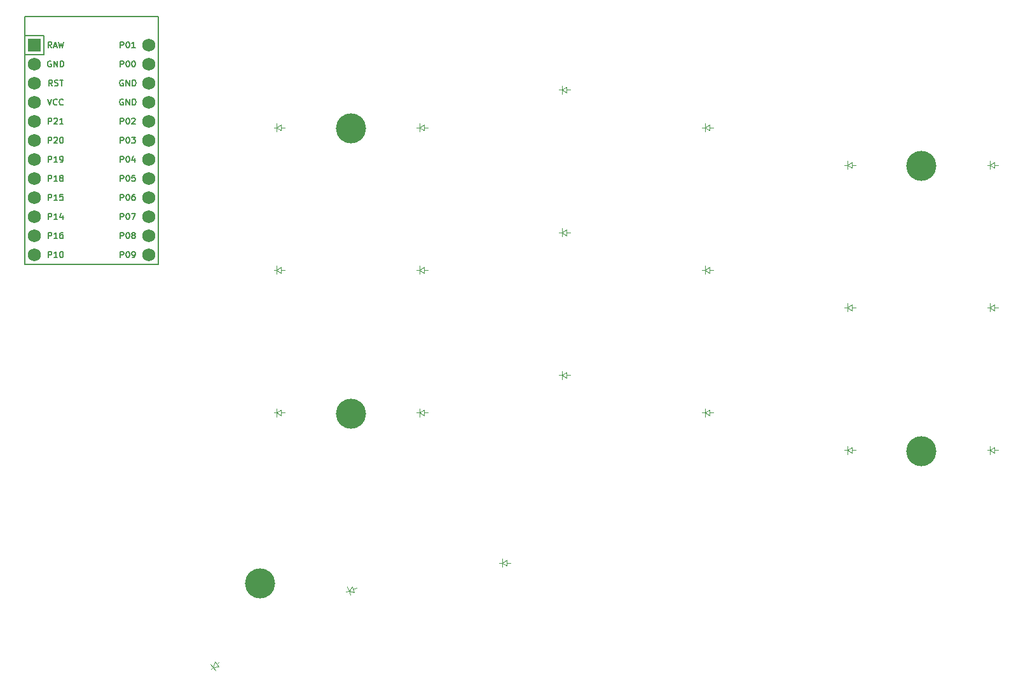
<source format=gbr>
%TF.GenerationSoftware,KiCad,Pcbnew,9.0.3*%
%TF.CreationDate,2025-09-27T17:44:53-06:00*%
%TF.ProjectId,right_connected,72696768-745f-4636-9f6e-6e6563746564,v1.0.0*%
%TF.SameCoordinates,Original*%
%TF.FileFunction,Legend,Top*%
%TF.FilePolarity,Positive*%
%FSLAX46Y46*%
G04 Gerber Fmt 4.6, Leading zero omitted, Abs format (unit mm)*
G04 Created by KiCad (PCBNEW 9.0.3) date 2025-09-27 17:44:53*
%MOMM*%
%LPD*%
G01*
G04 APERTURE LIST*
%ADD10C,0.150000*%
%ADD11C,0.100000*%
%ADD12C,4.000000*%
%ADD13R,1.752600X1.752600*%
%ADD14C,1.752600*%
G04 APERTURE END LIST*
D10*
X244133333Y-58212295D02*
X244400000Y-59012295D01*
X244400000Y-59012295D02*
X244666666Y-58212295D01*
X245390476Y-58936104D02*
X245352380Y-58974200D01*
X245352380Y-58974200D02*
X245238095Y-59012295D01*
X245238095Y-59012295D02*
X245161904Y-59012295D01*
X245161904Y-59012295D02*
X245047618Y-58974200D01*
X245047618Y-58974200D02*
X244971428Y-58898009D01*
X244971428Y-58898009D02*
X244933333Y-58821819D01*
X244933333Y-58821819D02*
X244895237Y-58669438D01*
X244895237Y-58669438D02*
X244895237Y-58555152D01*
X244895237Y-58555152D02*
X244933333Y-58402771D01*
X244933333Y-58402771D02*
X244971428Y-58326580D01*
X244971428Y-58326580D02*
X245047618Y-58250390D01*
X245047618Y-58250390D02*
X245161904Y-58212295D01*
X245161904Y-58212295D02*
X245238095Y-58212295D01*
X245238095Y-58212295D02*
X245352380Y-58250390D01*
X245352380Y-58250390D02*
X245390476Y-58288485D01*
X246190476Y-58936104D02*
X246152380Y-58974200D01*
X246152380Y-58974200D02*
X246038095Y-59012295D01*
X246038095Y-59012295D02*
X245961904Y-59012295D01*
X245961904Y-59012295D02*
X245847618Y-58974200D01*
X245847618Y-58974200D02*
X245771428Y-58898009D01*
X245771428Y-58898009D02*
X245733333Y-58821819D01*
X245733333Y-58821819D02*
X245695237Y-58669438D01*
X245695237Y-58669438D02*
X245695237Y-58555152D01*
X245695237Y-58555152D02*
X245733333Y-58402771D01*
X245733333Y-58402771D02*
X245771428Y-58326580D01*
X245771428Y-58326580D02*
X245847618Y-58250390D01*
X245847618Y-58250390D02*
X245961904Y-58212295D01*
X245961904Y-58212295D02*
X246038095Y-58212295D01*
X246038095Y-58212295D02*
X246152380Y-58250390D01*
X246152380Y-58250390D02*
X246190476Y-58288485D01*
X253828571Y-69172295D02*
X253828571Y-68372295D01*
X253828571Y-68372295D02*
X254133333Y-68372295D01*
X254133333Y-68372295D02*
X254209523Y-68410390D01*
X254209523Y-68410390D02*
X254247618Y-68448485D01*
X254247618Y-68448485D02*
X254285714Y-68524676D01*
X254285714Y-68524676D02*
X254285714Y-68638961D01*
X254285714Y-68638961D02*
X254247618Y-68715152D01*
X254247618Y-68715152D02*
X254209523Y-68753247D01*
X254209523Y-68753247D02*
X254133333Y-68791342D01*
X254133333Y-68791342D02*
X253828571Y-68791342D01*
X254780952Y-68372295D02*
X254857142Y-68372295D01*
X254857142Y-68372295D02*
X254933333Y-68410390D01*
X254933333Y-68410390D02*
X254971428Y-68448485D01*
X254971428Y-68448485D02*
X255009523Y-68524676D01*
X255009523Y-68524676D02*
X255047618Y-68677057D01*
X255047618Y-68677057D02*
X255047618Y-68867533D01*
X255047618Y-68867533D02*
X255009523Y-69019914D01*
X255009523Y-69019914D02*
X254971428Y-69096104D01*
X254971428Y-69096104D02*
X254933333Y-69134200D01*
X254933333Y-69134200D02*
X254857142Y-69172295D01*
X254857142Y-69172295D02*
X254780952Y-69172295D01*
X254780952Y-69172295D02*
X254704761Y-69134200D01*
X254704761Y-69134200D02*
X254666666Y-69096104D01*
X254666666Y-69096104D02*
X254628571Y-69019914D01*
X254628571Y-69019914D02*
X254590475Y-68867533D01*
X254590475Y-68867533D02*
X254590475Y-68677057D01*
X254590475Y-68677057D02*
X254628571Y-68524676D01*
X254628571Y-68524676D02*
X254666666Y-68448485D01*
X254666666Y-68448485D02*
X254704761Y-68410390D01*
X254704761Y-68410390D02*
X254780952Y-68372295D01*
X255771428Y-68372295D02*
X255390476Y-68372295D01*
X255390476Y-68372295D02*
X255352380Y-68753247D01*
X255352380Y-68753247D02*
X255390476Y-68715152D01*
X255390476Y-68715152D02*
X255466666Y-68677057D01*
X255466666Y-68677057D02*
X255657142Y-68677057D01*
X255657142Y-68677057D02*
X255733333Y-68715152D01*
X255733333Y-68715152D02*
X255771428Y-68753247D01*
X255771428Y-68753247D02*
X255809523Y-68829438D01*
X255809523Y-68829438D02*
X255809523Y-69019914D01*
X255809523Y-69019914D02*
X255771428Y-69096104D01*
X255771428Y-69096104D02*
X255733333Y-69134200D01*
X255733333Y-69134200D02*
X255657142Y-69172295D01*
X255657142Y-69172295D02*
X255466666Y-69172295D01*
X255466666Y-69172295D02*
X255390476Y-69134200D01*
X255390476Y-69134200D02*
X255352380Y-69096104D01*
X253828571Y-53932295D02*
X253828571Y-53132295D01*
X253828571Y-53132295D02*
X254133333Y-53132295D01*
X254133333Y-53132295D02*
X254209523Y-53170390D01*
X254209523Y-53170390D02*
X254247618Y-53208485D01*
X254247618Y-53208485D02*
X254285714Y-53284676D01*
X254285714Y-53284676D02*
X254285714Y-53398961D01*
X254285714Y-53398961D02*
X254247618Y-53475152D01*
X254247618Y-53475152D02*
X254209523Y-53513247D01*
X254209523Y-53513247D02*
X254133333Y-53551342D01*
X254133333Y-53551342D02*
X253828571Y-53551342D01*
X254780952Y-53132295D02*
X254857142Y-53132295D01*
X254857142Y-53132295D02*
X254933333Y-53170390D01*
X254933333Y-53170390D02*
X254971428Y-53208485D01*
X254971428Y-53208485D02*
X255009523Y-53284676D01*
X255009523Y-53284676D02*
X255047618Y-53437057D01*
X255047618Y-53437057D02*
X255047618Y-53627533D01*
X255047618Y-53627533D02*
X255009523Y-53779914D01*
X255009523Y-53779914D02*
X254971428Y-53856104D01*
X254971428Y-53856104D02*
X254933333Y-53894200D01*
X254933333Y-53894200D02*
X254857142Y-53932295D01*
X254857142Y-53932295D02*
X254780952Y-53932295D01*
X254780952Y-53932295D02*
X254704761Y-53894200D01*
X254704761Y-53894200D02*
X254666666Y-53856104D01*
X254666666Y-53856104D02*
X254628571Y-53779914D01*
X254628571Y-53779914D02*
X254590475Y-53627533D01*
X254590475Y-53627533D02*
X254590475Y-53437057D01*
X254590475Y-53437057D02*
X254628571Y-53284676D01*
X254628571Y-53284676D02*
X254666666Y-53208485D01*
X254666666Y-53208485D02*
X254704761Y-53170390D01*
X254704761Y-53170390D02*
X254780952Y-53132295D01*
X255542857Y-53132295D02*
X255619047Y-53132295D01*
X255619047Y-53132295D02*
X255695238Y-53170390D01*
X255695238Y-53170390D02*
X255733333Y-53208485D01*
X255733333Y-53208485D02*
X255771428Y-53284676D01*
X255771428Y-53284676D02*
X255809523Y-53437057D01*
X255809523Y-53437057D02*
X255809523Y-53627533D01*
X255809523Y-53627533D02*
X255771428Y-53779914D01*
X255771428Y-53779914D02*
X255733333Y-53856104D01*
X255733333Y-53856104D02*
X255695238Y-53894200D01*
X255695238Y-53894200D02*
X255619047Y-53932295D01*
X255619047Y-53932295D02*
X255542857Y-53932295D01*
X255542857Y-53932295D02*
X255466666Y-53894200D01*
X255466666Y-53894200D02*
X255428571Y-53856104D01*
X255428571Y-53856104D02*
X255390476Y-53779914D01*
X255390476Y-53779914D02*
X255352380Y-53627533D01*
X255352380Y-53627533D02*
X255352380Y-53437057D01*
X255352380Y-53437057D02*
X255390476Y-53284676D01*
X255390476Y-53284676D02*
X255428571Y-53208485D01*
X255428571Y-53208485D02*
X255466666Y-53170390D01*
X255466666Y-53170390D02*
X255542857Y-53132295D01*
X253828571Y-71712295D02*
X253828571Y-70912295D01*
X253828571Y-70912295D02*
X254133333Y-70912295D01*
X254133333Y-70912295D02*
X254209523Y-70950390D01*
X254209523Y-70950390D02*
X254247618Y-70988485D01*
X254247618Y-70988485D02*
X254285714Y-71064676D01*
X254285714Y-71064676D02*
X254285714Y-71178961D01*
X254285714Y-71178961D02*
X254247618Y-71255152D01*
X254247618Y-71255152D02*
X254209523Y-71293247D01*
X254209523Y-71293247D02*
X254133333Y-71331342D01*
X254133333Y-71331342D02*
X253828571Y-71331342D01*
X254780952Y-70912295D02*
X254857142Y-70912295D01*
X254857142Y-70912295D02*
X254933333Y-70950390D01*
X254933333Y-70950390D02*
X254971428Y-70988485D01*
X254971428Y-70988485D02*
X255009523Y-71064676D01*
X255009523Y-71064676D02*
X255047618Y-71217057D01*
X255047618Y-71217057D02*
X255047618Y-71407533D01*
X255047618Y-71407533D02*
X255009523Y-71559914D01*
X255009523Y-71559914D02*
X254971428Y-71636104D01*
X254971428Y-71636104D02*
X254933333Y-71674200D01*
X254933333Y-71674200D02*
X254857142Y-71712295D01*
X254857142Y-71712295D02*
X254780952Y-71712295D01*
X254780952Y-71712295D02*
X254704761Y-71674200D01*
X254704761Y-71674200D02*
X254666666Y-71636104D01*
X254666666Y-71636104D02*
X254628571Y-71559914D01*
X254628571Y-71559914D02*
X254590475Y-71407533D01*
X254590475Y-71407533D02*
X254590475Y-71217057D01*
X254590475Y-71217057D02*
X254628571Y-71064676D01*
X254628571Y-71064676D02*
X254666666Y-70988485D01*
X254666666Y-70988485D02*
X254704761Y-70950390D01*
X254704761Y-70950390D02*
X254780952Y-70912295D01*
X255733333Y-70912295D02*
X255580952Y-70912295D01*
X255580952Y-70912295D02*
X255504761Y-70950390D01*
X255504761Y-70950390D02*
X255466666Y-70988485D01*
X255466666Y-70988485D02*
X255390476Y-71102771D01*
X255390476Y-71102771D02*
X255352380Y-71255152D01*
X255352380Y-71255152D02*
X255352380Y-71559914D01*
X255352380Y-71559914D02*
X255390476Y-71636104D01*
X255390476Y-71636104D02*
X255428571Y-71674200D01*
X255428571Y-71674200D02*
X255504761Y-71712295D01*
X255504761Y-71712295D02*
X255657142Y-71712295D01*
X255657142Y-71712295D02*
X255733333Y-71674200D01*
X255733333Y-71674200D02*
X255771428Y-71636104D01*
X255771428Y-71636104D02*
X255809523Y-71559914D01*
X255809523Y-71559914D02*
X255809523Y-71369438D01*
X255809523Y-71369438D02*
X255771428Y-71293247D01*
X255771428Y-71293247D02*
X255733333Y-71255152D01*
X255733333Y-71255152D02*
X255657142Y-71217057D01*
X255657142Y-71217057D02*
X255504761Y-71217057D01*
X255504761Y-71217057D02*
X255428571Y-71255152D01*
X255428571Y-71255152D02*
X255390476Y-71293247D01*
X255390476Y-71293247D02*
X255352380Y-71369438D01*
X244228571Y-64092295D02*
X244228571Y-63292295D01*
X244228571Y-63292295D02*
X244533333Y-63292295D01*
X244533333Y-63292295D02*
X244609523Y-63330390D01*
X244609523Y-63330390D02*
X244647618Y-63368485D01*
X244647618Y-63368485D02*
X244685714Y-63444676D01*
X244685714Y-63444676D02*
X244685714Y-63558961D01*
X244685714Y-63558961D02*
X244647618Y-63635152D01*
X244647618Y-63635152D02*
X244609523Y-63673247D01*
X244609523Y-63673247D02*
X244533333Y-63711342D01*
X244533333Y-63711342D02*
X244228571Y-63711342D01*
X244990475Y-63368485D02*
X245028571Y-63330390D01*
X245028571Y-63330390D02*
X245104761Y-63292295D01*
X245104761Y-63292295D02*
X245295237Y-63292295D01*
X245295237Y-63292295D02*
X245371428Y-63330390D01*
X245371428Y-63330390D02*
X245409523Y-63368485D01*
X245409523Y-63368485D02*
X245447618Y-63444676D01*
X245447618Y-63444676D02*
X245447618Y-63520866D01*
X245447618Y-63520866D02*
X245409523Y-63635152D01*
X245409523Y-63635152D02*
X244952380Y-64092295D01*
X244952380Y-64092295D02*
X245447618Y-64092295D01*
X245942857Y-63292295D02*
X246019047Y-63292295D01*
X246019047Y-63292295D02*
X246095238Y-63330390D01*
X246095238Y-63330390D02*
X246133333Y-63368485D01*
X246133333Y-63368485D02*
X246171428Y-63444676D01*
X246171428Y-63444676D02*
X246209523Y-63597057D01*
X246209523Y-63597057D02*
X246209523Y-63787533D01*
X246209523Y-63787533D02*
X246171428Y-63939914D01*
X246171428Y-63939914D02*
X246133333Y-64016104D01*
X246133333Y-64016104D02*
X246095238Y-64054200D01*
X246095238Y-64054200D02*
X246019047Y-64092295D01*
X246019047Y-64092295D02*
X245942857Y-64092295D01*
X245942857Y-64092295D02*
X245866666Y-64054200D01*
X245866666Y-64054200D02*
X245828571Y-64016104D01*
X245828571Y-64016104D02*
X245790476Y-63939914D01*
X245790476Y-63939914D02*
X245752380Y-63787533D01*
X245752380Y-63787533D02*
X245752380Y-63597057D01*
X245752380Y-63597057D02*
X245790476Y-63444676D01*
X245790476Y-63444676D02*
X245828571Y-63368485D01*
X245828571Y-63368485D02*
X245866666Y-63330390D01*
X245866666Y-63330390D02*
X245942857Y-63292295D01*
X253828571Y-76792295D02*
X253828571Y-75992295D01*
X253828571Y-75992295D02*
X254133333Y-75992295D01*
X254133333Y-75992295D02*
X254209523Y-76030390D01*
X254209523Y-76030390D02*
X254247618Y-76068485D01*
X254247618Y-76068485D02*
X254285714Y-76144676D01*
X254285714Y-76144676D02*
X254285714Y-76258961D01*
X254285714Y-76258961D02*
X254247618Y-76335152D01*
X254247618Y-76335152D02*
X254209523Y-76373247D01*
X254209523Y-76373247D02*
X254133333Y-76411342D01*
X254133333Y-76411342D02*
X253828571Y-76411342D01*
X254780952Y-75992295D02*
X254857142Y-75992295D01*
X254857142Y-75992295D02*
X254933333Y-76030390D01*
X254933333Y-76030390D02*
X254971428Y-76068485D01*
X254971428Y-76068485D02*
X255009523Y-76144676D01*
X255009523Y-76144676D02*
X255047618Y-76297057D01*
X255047618Y-76297057D02*
X255047618Y-76487533D01*
X255047618Y-76487533D02*
X255009523Y-76639914D01*
X255009523Y-76639914D02*
X254971428Y-76716104D01*
X254971428Y-76716104D02*
X254933333Y-76754200D01*
X254933333Y-76754200D02*
X254857142Y-76792295D01*
X254857142Y-76792295D02*
X254780952Y-76792295D01*
X254780952Y-76792295D02*
X254704761Y-76754200D01*
X254704761Y-76754200D02*
X254666666Y-76716104D01*
X254666666Y-76716104D02*
X254628571Y-76639914D01*
X254628571Y-76639914D02*
X254590475Y-76487533D01*
X254590475Y-76487533D02*
X254590475Y-76297057D01*
X254590475Y-76297057D02*
X254628571Y-76144676D01*
X254628571Y-76144676D02*
X254666666Y-76068485D01*
X254666666Y-76068485D02*
X254704761Y-76030390D01*
X254704761Y-76030390D02*
X254780952Y-75992295D01*
X255504761Y-76335152D02*
X255428571Y-76297057D01*
X255428571Y-76297057D02*
X255390476Y-76258961D01*
X255390476Y-76258961D02*
X255352380Y-76182771D01*
X255352380Y-76182771D02*
X255352380Y-76144676D01*
X255352380Y-76144676D02*
X255390476Y-76068485D01*
X255390476Y-76068485D02*
X255428571Y-76030390D01*
X255428571Y-76030390D02*
X255504761Y-75992295D01*
X255504761Y-75992295D02*
X255657142Y-75992295D01*
X255657142Y-75992295D02*
X255733333Y-76030390D01*
X255733333Y-76030390D02*
X255771428Y-76068485D01*
X255771428Y-76068485D02*
X255809523Y-76144676D01*
X255809523Y-76144676D02*
X255809523Y-76182771D01*
X255809523Y-76182771D02*
X255771428Y-76258961D01*
X255771428Y-76258961D02*
X255733333Y-76297057D01*
X255733333Y-76297057D02*
X255657142Y-76335152D01*
X255657142Y-76335152D02*
X255504761Y-76335152D01*
X255504761Y-76335152D02*
X255428571Y-76373247D01*
X255428571Y-76373247D02*
X255390476Y-76411342D01*
X255390476Y-76411342D02*
X255352380Y-76487533D01*
X255352380Y-76487533D02*
X255352380Y-76639914D01*
X255352380Y-76639914D02*
X255390476Y-76716104D01*
X255390476Y-76716104D02*
X255428571Y-76754200D01*
X255428571Y-76754200D02*
X255504761Y-76792295D01*
X255504761Y-76792295D02*
X255657142Y-76792295D01*
X255657142Y-76792295D02*
X255733333Y-76754200D01*
X255733333Y-76754200D02*
X255771428Y-76716104D01*
X255771428Y-76716104D02*
X255809523Y-76639914D01*
X255809523Y-76639914D02*
X255809523Y-76487533D01*
X255809523Y-76487533D02*
X255771428Y-76411342D01*
X255771428Y-76411342D02*
X255733333Y-76373247D01*
X255733333Y-76373247D02*
X255657142Y-76335152D01*
X244228571Y-79332295D02*
X244228571Y-78532295D01*
X244228571Y-78532295D02*
X244533333Y-78532295D01*
X244533333Y-78532295D02*
X244609523Y-78570390D01*
X244609523Y-78570390D02*
X244647618Y-78608485D01*
X244647618Y-78608485D02*
X244685714Y-78684676D01*
X244685714Y-78684676D02*
X244685714Y-78798961D01*
X244685714Y-78798961D02*
X244647618Y-78875152D01*
X244647618Y-78875152D02*
X244609523Y-78913247D01*
X244609523Y-78913247D02*
X244533333Y-78951342D01*
X244533333Y-78951342D02*
X244228571Y-78951342D01*
X245447618Y-79332295D02*
X244990475Y-79332295D01*
X245219047Y-79332295D02*
X245219047Y-78532295D01*
X245219047Y-78532295D02*
X245142856Y-78646580D01*
X245142856Y-78646580D02*
X245066666Y-78722771D01*
X245066666Y-78722771D02*
X244990475Y-78760866D01*
X245942857Y-78532295D02*
X246019047Y-78532295D01*
X246019047Y-78532295D02*
X246095238Y-78570390D01*
X246095238Y-78570390D02*
X246133333Y-78608485D01*
X246133333Y-78608485D02*
X246171428Y-78684676D01*
X246171428Y-78684676D02*
X246209523Y-78837057D01*
X246209523Y-78837057D02*
X246209523Y-79027533D01*
X246209523Y-79027533D02*
X246171428Y-79179914D01*
X246171428Y-79179914D02*
X246133333Y-79256104D01*
X246133333Y-79256104D02*
X246095238Y-79294200D01*
X246095238Y-79294200D02*
X246019047Y-79332295D01*
X246019047Y-79332295D02*
X245942857Y-79332295D01*
X245942857Y-79332295D02*
X245866666Y-79294200D01*
X245866666Y-79294200D02*
X245828571Y-79256104D01*
X245828571Y-79256104D02*
X245790476Y-79179914D01*
X245790476Y-79179914D02*
X245752380Y-79027533D01*
X245752380Y-79027533D02*
X245752380Y-78837057D01*
X245752380Y-78837057D02*
X245790476Y-78684676D01*
X245790476Y-78684676D02*
X245828571Y-78608485D01*
X245828571Y-78608485D02*
X245866666Y-78570390D01*
X245866666Y-78570390D02*
X245942857Y-78532295D01*
X244228571Y-66632295D02*
X244228571Y-65832295D01*
X244228571Y-65832295D02*
X244533333Y-65832295D01*
X244533333Y-65832295D02*
X244609523Y-65870390D01*
X244609523Y-65870390D02*
X244647618Y-65908485D01*
X244647618Y-65908485D02*
X244685714Y-65984676D01*
X244685714Y-65984676D02*
X244685714Y-66098961D01*
X244685714Y-66098961D02*
X244647618Y-66175152D01*
X244647618Y-66175152D02*
X244609523Y-66213247D01*
X244609523Y-66213247D02*
X244533333Y-66251342D01*
X244533333Y-66251342D02*
X244228571Y-66251342D01*
X245447618Y-66632295D02*
X244990475Y-66632295D01*
X245219047Y-66632295D02*
X245219047Y-65832295D01*
X245219047Y-65832295D02*
X245142856Y-65946580D01*
X245142856Y-65946580D02*
X245066666Y-66022771D01*
X245066666Y-66022771D02*
X244990475Y-66060866D01*
X245828571Y-66632295D02*
X245980952Y-66632295D01*
X245980952Y-66632295D02*
X246057142Y-66594200D01*
X246057142Y-66594200D02*
X246095238Y-66556104D01*
X246095238Y-66556104D02*
X246171428Y-66441819D01*
X246171428Y-66441819D02*
X246209523Y-66289438D01*
X246209523Y-66289438D02*
X246209523Y-65984676D01*
X246209523Y-65984676D02*
X246171428Y-65908485D01*
X246171428Y-65908485D02*
X246133333Y-65870390D01*
X246133333Y-65870390D02*
X246057142Y-65832295D01*
X246057142Y-65832295D02*
X245904761Y-65832295D01*
X245904761Y-65832295D02*
X245828571Y-65870390D01*
X245828571Y-65870390D02*
X245790476Y-65908485D01*
X245790476Y-65908485D02*
X245752380Y-65984676D01*
X245752380Y-65984676D02*
X245752380Y-66175152D01*
X245752380Y-66175152D02*
X245790476Y-66251342D01*
X245790476Y-66251342D02*
X245828571Y-66289438D01*
X245828571Y-66289438D02*
X245904761Y-66327533D01*
X245904761Y-66327533D02*
X246057142Y-66327533D01*
X246057142Y-66327533D02*
X246133333Y-66289438D01*
X246133333Y-66289438D02*
X246171428Y-66251342D01*
X246171428Y-66251342D02*
X246209523Y-66175152D01*
X244761905Y-56472295D02*
X244495238Y-56091342D01*
X244304762Y-56472295D02*
X244304762Y-55672295D01*
X244304762Y-55672295D02*
X244609524Y-55672295D01*
X244609524Y-55672295D02*
X244685714Y-55710390D01*
X244685714Y-55710390D02*
X244723809Y-55748485D01*
X244723809Y-55748485D02*
X244761905Y-55824676D01*
X244761905Y-55824676D02*
X244761905Y-55938961D01*
X244761905Y-55938961D02*
X244723809Y-56015152D01*
X244723809Y-56015152D02*
X244685714Y-56053247D01*
X244685714Y-56053247D02*
X244609524Y-56091342D01*
X244609524Y-56091342D02*
X244304762Y-56091342D01*
X245066666Y-56434200D02*
X245180952Y-56472295D01*
X245180952Y-56472295D02*
X245371428Y-56472295D01*
X245371428Y-56472295D02*
X245447619Y-56434200D01*
X245447619Y-56434200D02*
X245485714Y-56396104D01*
X245485714Y-56396104D02*
X245523809Y-56319914D01*
X245523809Y-56319914D02*
X245523809Y-56243723D01*
X245523809Y-56243723D02*
X245485714Y-56167533D01*
X245485714Y-56167533D02*
X245447619Y-56129438D01*
X245447619Y-56129438D02*
X245371428Y-56091342D01*
X245371428Y-56091342D02*
X245219047Y-56053247D01*
X245219047Y-56053247D02*
X245142857Y-56015152D01*
X245142857Y-56015152D02*
X245104762Y-55977057D01*
X245104762Y-55977057D02*
X245066666Y-55900866D01*
X245066666Y-55900866D02*
X245066666Y-55824676D01*
X245066666Y-55824676D02*
X245104762Y-55748485D01*
X245104762Y-55748485D02*
X245142857Y-55710390D01*
X245142857Y-55710390D02*
X245219047Y-55672295D01*
X245219047Y-55672295D02*
X245409524Y-55672295D01*
X245409524Y-55672295D02*
X245523809Y-55710390D01*
X245752381Y-55672295D02*
X246209524Y-55672295D01*
X245980952Y-56472295D02*
X245980952Y-55672295D01*
X253828571Y-79332295D02*
X253828571Y-78532295D01*
X253828571Y-78532295D02*
X254133333Y-78532295D01*
X254133333Y-78532295D02*
X254209523Y-78570390D01*
X254209523Y-78570390D02*
X254247618Y-78608485D01*
X254247618Y-78608485D02*
X254285714Y-78684676D01*
X254285714Y-78684676D02*
X254285714Y-78798961D01*
X254285714Y-78798961D02*
X254247618Y-78875152D01*
X254247618Y-78875152D02*
X254209523Y-78913247D01*
X254209523Y-78913247D02*
X254133333Y-78951342D01*
X254133333Y-78951342D02*
X253828571Y-78951342D01*
X254780952Y-78532295D02*
X254857142Y-78532295D01*
X254857142Y-78532295D02*
X254933333Y-78570390D01*
X254933333Y-78570390D02*
X254971428Y-78608485D01*
X254971428Y-78608485D02*
X255009523Y-78684676D01*
X255009523Y-78684676D02*
X255047618Y-78837057D01*
X255047618Y-78837057D02*
X255047618Y-79027533D01*
X255047618Y-79027533D02*
X255009523Y-79179914D01*
X255009523Y-79179914D02*
X254971428Y-79256104D01*
X254971428Y-79256104D02*
X254933333Y-79294200D01*
X254933333Y-79294200D02*
X254857142Y-79332295D01*
X254857142Y-79332295D02*
X254780952Y-79332295D01*
X254780952Y-79332295D02*
X254704761Y-79294200D01*
X254704761Y-79294200D02*
X254666666Y-79256104D01*
X254666666Y-79256104D02*
X254628571Y-79179914D01*
X254628571Y-79179914D02*
X254590475Y-79027533D01*
X254590475Y-79027533D02*
X254590475Y-78837057D01*
X254590475Y-78837057D02*
X254628571Y-78684676D01*
X254628571Y-78684676D02*
X254666666Y-78608485D01*
X254666666Y-78608485D02*
X254704761Y-78570390D01*
X254704761Y-78570390D02*
X254780952Y-78532295D01*
X255428571Y-79332295D02*
X255580952Y-79332295D01*
X255580952Y-79332295D02*
X255657142Y-79294200D01*
X255657142Y-79294200D02*
X255695238Y-79256104D01*
X255695238Y-79256104D02*
X255771428Y-79141819D01*
X255771428Y-79141819D02*
X255809523Y-78989438D01*
X255809523Y-78989438D02*
X255809523Y-78684676D01*
X255809523Y-78684676D02*
X255771428Y-78608485D01*
X255771428Y-78608485D02*
X255733333Y-78570390D01*
X255733333Y-78570390D02*
X255657142Y-78532295D01*
X255657142Y-78532295D02*
X255504761Y-78532295D01*
X255504761Y-78532295D02*
X255428571Y-78570390D01*
X255428571Y-78570390D02*
X255390476Y-78608485D01*
X255390476Y-78608485D02*
X255352380Y-78684676D01*
X255352380Y-78684676D02*
X255352380Y-78875152D01*
X255352380Y-78875152D02*
X255390476Y-78951342D01*
X255390476Y-78951342D02*
X255428571Y-78989438D01*
X255428571Y-78989438D02*
X255504761Y-79027533D01*
X255504761Y-79027533D02*
X255657142Y-79027533D01*
X255657142Y-79027533D02*
X255733333Y-78989438D01*
X255733333Y-78989438D02*
X255771428Y-78951342D01*
X255771428Y-78951342D02*
X255809523Y-78875152D01*
X244228571Y-61552295D02*
X244228571Y-60752295D01*
X244228571Y-60752295D02*
X244533333Y-60752295D01*
X244533333Y-60752295D02*
X244609523Y-60790390D01*
X244609523Y-60790390D02*
X244647618Y-60828485D01*
X244647618Y-60828485D02*
X244685714Y-60904676D01*
X244685714Y-60904676D02*
X244685714Y-61018961D01*
X244685714Y-61018961D02*
X244647618Y-61095152D01*
X244647618Y-61095152D02*
X244609523Y-61133247D01*
X244609523Y-61133247D02*
X244533333Y-61171342D01*
X244533333Y-61171342D02*
X244228571Y-61171342D01*
X244990475Y-60828485D02*
X245028571Y-60790390D01*
X245028571Y-60790390D02*
X245104761Y-60752295D01*
X245104761Y-60752295D02*
X245295237Y-60752295D01*
X245295237Y-60752295D02*
X245371428Y-60790390D01*
X245371428Y-60790390D02*
X245409523Y-60828485D01*
X245409523Y-60828485D02*
X245447618Y-60904676D01*
X245447618Y-60904676D02*
X245447618Y-60980866D01*
X245447618Y-60980866D02*
X245409523Y-61095152D01*
X245409523Y-61095152D02*
X244952380Y-61552295D01*
X244952380Y-61552295D02*
X245447618Y-61552295D01*
X246209523Y-61552295D02*
X245752380Y-61552295D01*
X245980952Y-61552295D02*
X245980952Y-60752295D01*
X245980952Y-60752295D02*
X245904761Y-60866580D01*
X245904761Y-60866580D02*
X245828571Y-60942771D01*
X245828571Y-60942771D02*
X245752380Y-60980866D01*
X244590476Y-53170390D02*
X244514286Y-53132295D01*
X244514286Y-53132295D02*
X244400000Y-53132295D01*
X244400000Y-53132295D02*
X244285714Y-53170390D01*
X244285714Y-53170390D02*
X244209524Y-53246580D01*
X244209524Y-53246580D02*
X244171429Y-53322771D01*
X244171429Y-53322771D02*
X244133333Y-53475152D01*
X244133333Y-53475152D02*
X244133333Y-53589438D01*
X244133333Y-53589438D02*
X244171429Y-53741819D01*
X244171429Y-53741819D02*
X244209524Y-53818009D01*
X244209524Y-53818009D02*
X244285714Y-53894200D01*
X244285714Y-53894200D02*
X244400000Y-53932295D01*
X244400000Y-53932295D02*
X244476191Y-53932295D01*
X244476191Y-53932295D02*
X244590476Y-53894200D01*
X244590476Y-53894200D02*
X244628572Y-53856104D01*
X244628572Y-53856104D02*
X244628572Y-53589438D01*
X244628572Y-53589438D02*
X244476191Y-53589438D01*
X244971429Y-53932295D02*
X244971429Y-53132295D01*
X244971429Y-53132295D02*
X245428572Y-53932295D01*
X245428572Y-53932295D02*
X245428572Y-53132295D01*
X245809524Y-53932295D02*
X245809524Y-53132295D01*
X245809524Y-53132295D02*
X246000000Y-53132295D01*
X246000000Y-53132295D02*
X246114286Y-53170390D01*
X246114286Y-53170390D02*
X246190476Y-53246580D01*
X246190476Y-53246580D02*
X246228571Y-53322771D01*
X246228571Y-53322771D02*
X246266667Y-53475152D01*
X246266667Y-53475152D02*
X246266667Y-53589438D01*
X246266667Y-53589438D02*
X246228571Y-53741819D01*
X246228571Y-53741819D02*
X246190476Y-53818009D01*
X246190476Y-53818009D02*
X246114286Y-53894200D01*
X246114286Y-53894200D02*
X246000000Y-53932295D01*
X246000000Y-53932295D02*
X245809524Y-53932295D01*
X244228571Y-69172295D02*
X244228571Y-68372295D01*
X244228571Y-68372295D02*
X244533333Y-68372295D01*
X244533333Y-68372295D02*
X244609523Y-68410390D01*
X244609523Y-68410390D02*
X244647618Y-68448485D01*
X244647618Y-68448485D02*
X244685714Y-68524676D01*
X244685714Y-68524676D02*
X244685714Y-68638961D01*
X244685714Y-68638961D02*
X244647618Y-68715152D01*
X244647618Y-68715152D02*
X244609523Y-68753247D01*
X244609523Y-68753247D02*
X244533333Y-68791342D01*
X244533333Y-68791342D02*
X244228571Y-68791342D01*
X245447618Y-69172295D02*
X244990475Y-69172295D01*
X245219047Y-69172295D02*
X245219047Y-68372295D01*
X245219047Y-68372295D02*
X245142856Y-68486580D01*
X245142856Y-68486580D02*
X245066666Y-68562771D01*
X245066666Y-68562771D02*
X244990475Y-68600866D01*
X245904761Y-68715152D02*
X245828571Y-68677057D01*
X245828571Y-68677057D02*
X245790476Y-68638961D01*
X245790476Y-68638961D02*
X245752380Y-68562771D01*
X245752380Y-68562771D02*
X245752380Y-68524676D01*
X245752380Y-68524676D02*
X245790476Y-68448485D01*
X245790476Y-68448485D02*
X245828571Y-68410390D01*
X245828571Y-68410390D02*
X245904761Y-68372295D01*
X245904761Y-68372295D02*
X246057142Y-68372295D01*
X246057142Y-68372295D02*
X246133333Y-68410390D01*
X246133333Y-68410390D02*
X246171428Y-68448485D01*
X246171428Y-68448485D02*
X246209523Y-68524676D01*
X246209523Y-68524676D02*
X246209523Y-68562771D01*
X246209523Y-68562771D02*
X246171428Y-68638961D01*
X246171428Y-68638961D02*
X246133333Y-68677057D01*
X246133333Y-68677057D02*
X246057142Y-68715152D01*
X246057142Y-68715152D02*
X245904761Y-68715152D01*
X245904761Y-68715152D02*
X245828571Y-68753247D01*
X245828571Y-68753247D02*
X245790476Y-68791342D01*
X245790476Y-68791342D02*
X245752380Y-68867533D01*
X245752380Y-68867533D02*
X245752380Y-69019914D01*
X245752380Y-69019914D02*
X245790476Y-69096104D01*
X245790476Y-69096104D02*
X245828571Y-69134200D01*
X245828571Y-69134200D02*
X245904761Y-69172295D01*
X245904761Y-69172295D02*
X246057142Y-69172295D01*
X246057142Y-69172295D02*
X246133333Y-69134200D01*
X246133333Y-69134200D02*
X246171428Y-69096104D01*
X246171428Y-69096104D02*
X246209523Y-69019914D01*
X246209523Y-69019914D02*
X246209523Y-68867533D01*
X246209523Y-68867533D02*
X246171428Y-68791342D01*
X246171428Y-68791342D02*
X246133333Y-68753247D01*
X246133333Y-68753247D02*
X246057142Y-68715152D01*
X254190476Y-58250390D02*
X254114286Y-58212295D01*
X254114286Y-58212295D02*
X254000000Y-58212295D01*
X254000000Y-58212295D02*
X253885714Y-58250390D01*
X253885714Y-58250390D02*
X253809524Y-58326580D01*
X253809524Y-58326580D02*
X253771429Y-58402771D01*
X253771429Y-58402771D02*
X253733333Y-58555152D01*
X253733333Y-58555152D02*
X253733333Y-58669438D01*
X253733333Y-58669438D02*
X253771429Y-58821819D01*
X253771429Y-58821819D02*
X253809524Y-58898009D01*
X253809524Y-58898009D02*
X253885714Y-58974200D01*
X253885714Y-58974200D02*
X254000000Y-59012295D01*
X254000000Y-59012295D02*
X254076191Y-59012295D01*
X254076191Y-59012295D02*
X254190476Y-58974200D01*
X254190476Y-58974200D02*
X254228572Y-58936104D01*
X254228572Y-58936104D02*
X254228572Y-58669438D01*
X254228572Y-58669438D02*
X254076191Y-58669438D01*
X254571429Y-59012295D02*
X254571429Y-58212295D01*
X254571429Y-58212295D02*
X255028572Y-59012295D01*
X255028572Y-59012295D02*
X255028572Y-58212295D01*
X255409524Y-59012295D02*
X255409524Y-58212295D01*
X255409524Y-58212295D02*
X255600000Y-58212295D01*
X255600000Y-58212295D02*
X255714286Y-58250390D01*
X255714286Y-58250390D02*
X255790476Y-58326580D01*
X255790476Y-58326580D02*
X255828571Y-58402771D01*
X255828571Y-58402771D02*
X255866667Y-58555152D01*
X255866667Y-58555152D02*
X255866667Y-58669438D01*
X255866667Y-58669438D02*
X255828571Y-58821819D01*
X255828571Y-58821819D02*
X255790476Y-58898009D01*
X255790476Y-58898009D02*
X255714286Y-58974200D01*
X255714286Y-58974200D02*
X255600000Y-59012295D01*
X255600000Y-59012295D02*
X255409524Y-59012295D01*
X244228571Y-74252295D02*
X244228571Y-73452295D01*
X244228571Y-73452295D02*
X244533333Y-73452295D01*
X244533333Y-73452295D02*
X244609523Y-73490390D01*
X244609523Y-73490390D02*
X244647618Y-73528485D01*
X244647618Y-73528485D02*
X244685714Y-73604676D01*
X244685714Y-73604676D02*
X244685714Y-73718961D01*
X244685714Y-73718961D02*
X244647618Y-73795152D01*
X244647618Y-73795152D02*
X244609523Y-73833247D01*
X244609523Y-73833247D02*
X244533333Y-73871342D01*
X244533333Y-73871342D02*
X244228571Y-73871342D01*
X245447618Y-74252295D02*
X244990475Y-74252295D01*
X245219047Y-74252295D02*
X245219047Y-73452295D01*
X245219047Y-73452295D02*
X245142856Y-73566580D01*
X245142856Y-73566580D02*
X245066666Y-73642771D01*
X245066666Y-73642771D02*
X244990475Y-73680866D01*
X246133333Y-73718961D02*
X246133333Y-74252295D01*
X245942857Y-73414200D02*
X245752380Y-73985628D01*
X245752380Y-73985628D02*
X246247619Y-73985628D01*
X253828571Y-74252295D02*
X253828571Y-73452295D01*
X253828571Y-73452295D02*
X254133333Y-73452295D01*
X254133333Y-73452295D02*
X254209523Y-73490390D01*
X254209523Y-73490390D02*
X254247618Y-73528485D01*
X254247618Y-73528485D02*
X254285714Y-73604676D01*
X254285714Y-73604676D02*
X254285714Y-73718961D01*
X254285714Y-73718961D02*
X254247618Y-73795152D01*
X254247618Y-73795152D02*
X254209523Y-73833247D01*
X254209523Y-73833247D02*
X254133333Y-73871342D01*
X254133333Y-73871342D02*
X253828571Y-73871342D01*
X254780952Y-73452295D02*
X254857142Y-73452295D01*
X254857142Y-73452295D02*
X254933333Y-73490390D01*
X254933333Y-73490390D02*
X254971428Y-73528485D01*
X254971428Y-73528485D02*
X255009523Y-73604676D01*
X255009523Y-73604676D02*
X255047618Y-73757057D01*
X255047618Y-73757057D02*
X255047618Y-73947533D01*
X255047618Y-73947533D02*
X255009523Y-74099914D01*
X255009523Y-74099914D02*
X254971428Y-74176104D01*
X254971428Y-74176104D02*
X254933333Y-74214200D01*
X254933333Y-74214200D02*
X254857142Y-74252295D01*
X254857142Y-74252295D02*
X254780952Y-74252295D01*
X254780952Y-74252295D02*
X254704761Y-74214200D01*
X254704761Y-74214200D02*
X254666666Y-74176104D01*
X254666666Y-74176104D02*
X254628571Y-74099914D01*
X254628571Y-74099914D02*
X254590475Y-73947533D01*
X254590475Y-73947533D02*
X254590475Y-73757057D01*
X254590475Y-73757057D02*
X254628571Y-73604676D01*
X254628571Y-73604676D02*
X254666666Y-73528485D01*
X254666666Y-73528485D02*
X254704761Y-73490390D01*
X254704761Y-73490390D02*
X254780952Y-73452295D01*
X255314285Y-73452295D02*
X255847619Y-73452295D01*
X255847619Y-73452295D02*
X255504761Y-74252295D01*
X244228571Y-71712295D02*
X244228571Y-70912295D01*
X244228571Y-70912295D02*
X244533333Y-70912295D01*
X244533333Y-70912295D02*
X244609523Y-70950390D01*
X244609523Y-70950390D02*
X244647618Y-70988485D01*
X244647618Y-70988485D02*
X244685714Y-71064676D01*
X244685714Y-71064676D02*
X244685714Y-71178961D01*
X244685714Y-71178961D02*
X244647618Y-71255152D01*
X244647618Y-71255152D02*
X244609523Y-71293247D01*
X244609523Y-71293247D02*
X244533333Y-71331342D01*
X244533333Y-71331342D02*
X244228571Y-71331342D01*
X245447618Y-71712295D02*
X244990475Y-71712295D01*
X245219047Y-71712295D02*
X245219047Y-70912295D01*
X245219047Y-70912295D02*
X245142856Y-71026580D01*
X245142856Y-71026580D02*
X245066666Y-71102771D01*
X245066666Y-71102771D02*
X244990475Y-71140866D01*
X246171428Y-70912295D02*
X245790476Y-70912295D01*
X245790476Y-70912295D02*
X245752380Y-71293247D01*
X245752380Y-71293247D02*
X245790476Y-71255152D01*
X245790476Y-71255152D02*
X245866666Y-71217057D01*
X245866666Y-71217057D02*
X246057142Y-71217057D01*
X246057142Y-71217057D02*
X246133333Y-71255152D01*
X246133333Y-71255152D02*
X246171428Y-71293247D01*
X246171428Y-71293247D02*
X246209523Y-71369438D01*
X246209523Y-71369438D02*
X246209523Y-71559914D01*
X246209523Y-71559914D02*
X246171428Y-71636104D01*
X246171428Y-71636104D02*
X246133333Y-71674200D01*
X246133333Y-71674200D02*
X246057142Y-71712295D01*
X246057142Y-71712295D02*
X245866666Y-71712295D01*
X245866666Y-71712295D02*
X245790476Y-71674200D01*
X245790476Y-71674200D02*
X245752380Y-71636104D01*
X253828571Y-64092295D02*
X253828571Y-63292295D01*
X253828571Y-63292295D02*
X254133333Y-63292295D01*
X254133333Y-63292295D02*
X254209523Y-63330390D01*
X254209523Y-63330390D02*
X254247618Y-63368485D01*
X254247618Y-63368485D02*
X254285714Y-63444676D01*
X254285714Y-63444676D02*
X254285714Y-63558961D01*
X254285714Y-63558961D02*
X254247618Y-63635152D01*
X254247618Y-63635152D02*
X254209523Y-63673247D01*
X254209523Y-63673247D02*
X254133333Y-63711342D01*
X254133333Y-63711342D02*
X253828571Y-63711342D01*
X254780952Y-63292295D02*
X254857142Y-63292295D01*
X254857142Y-63292295D02*
X254933333Y-63330390D01*
X254933333Y-63330390D02*
X254971428Y-63368485D01*
X254971428Y-63368485D02*
X255009523Y-63444676D01*
X255009523Y-63444676D02*
X255047618Y-63597057D01*
X255047618Y-63597057D02*
X255047618Y-63787533D01*
X255047618Y-63787533D02*
X255009523Y-63939914D01*
X255009523Y-63939914D02*
X254971428Y-64016104D01*
X254971428Y-64016104D02*
X254933333Y-64054200D01*
X254933333Y-64054200D02*
X254857142Y-64092295D01*
X254857142Y-64092295D02*
X254780952Y-64092295D01*
X254780952Y-64092295D02*
X254704761Y-64054200D01*
X254704761Y-64054200D02*
X254666666Y-64016104D01*
X254666666Y-64016104D02*
X254628571Y-63939914D01*
X254628571Y-63939914D02*
X254590475Y-63787533D01*
X254590475Y-63787533D02*
X254590475Y-63597057D01*
X254590475Y-63597057D02*
X254628571Y-63444676D01*
X254628571Y-63444676D02*
X254666666Y-63368485D01*
X254666666Y-63368485D02*
X254704761Y-63330390D01*
X254704761Y-63330390D02*
X254780952Y-63292295D01*
X255314285Y-63292295D02*
X255809523Y-63292295D01*
X255809523Y-63292295D02*
X255542857Y-63597057D01*
X255542857Y-63597057D02*
X255657142Y-63597057D01*
X255657142Y-63597057D02*
X255733333Y-63635152D01*
X255733333Y-63635152D02*
X255771428Y-63673247D01*
X255771428Y-63673247D02*
X255809523Y-63749438D01*
X255809523Y-63749438D02*
X255809523Y-63939914D01*
X255809523Y-63939914D02*
X255771428Y-64016104D01*
X255771428Y-64016104D02*
X255733333Y-64054200D01*
X255733333Y-64054200D02*
X255657142Y-64092295D01*
X255657142Y-64092295D02*
X255428571Y-64092295D01*
X255428571Y-64092295D02*
X255352380Y-64054200D01*
X255352380Y-64054200D02*
X255314285Y-64016104D01*
X244228571Y-76792295D02*
X244228571Y-75992295D01*
X244228571Y-75992295D02*
X244533333Y-75992295D01*
X244533333Y-75992295D02*
X244609523Y-76030390D01*
X244609523Y-76030390D02*
X244647618Y-76068485D01*
X244647618Y-76068485D02*
X244685714Y-76144676D01*
X244685714Y-76144676D02*
X244685714Y-76258961D01*
X244685714Y-76258961D02*
X244647618Y-76335152D01*
X244647618Y-76335152D02*
X244609523Y-76373247D01*
X244609523Y-76373247D02*
X244533333Y-76411342D01*
X244533333Y-76411342D02*
X244228571Y-76411342D01*
X245447618Y-76792295D02*
X244990475Y-76792295D01*
X245219047Y-76792295D02*
X245219047Y-75992295D01*
X245219047Y-75992295D02*
X245142856Y-76106580D01*
X245142856Y-76106580D02*
X245066666Y-76182771D01*
X245066666Y-76182771D02*
X244990475Y-76220866D01*
X246133333Y-75992295D02*
X245980952Y-75992295D01*
X245980952Y-75992295D02*
X245904761Y-76030390D01*
X245904761Y-76030390D02*
X245866666Y-76068485D01*
X245866666Y-76068485D02*
X245790476Y-76182771D01*
X245790476Y-76182771D02*
X245752380Y-76335152D01*
X245752380Y-76335152D02*
X245752380Y-76639914D01*
X245752380Y-76639914D02*
X245790476Y-76716104D01*
X245790476Y-76716104D02*
X245828571Y-76754200D01*
X245828571Y-76754200D02*
X245904761Y-76792295D01*
X245904761Y-76792295D02*
X246057142Y-76792295D01*
X246057142Y-76792295D02*
X246133333Y-76754200D01*
X246133333Y-76754200D02*
X246171428Y-76716104D01*
X246171428Y-76716104D02*
X246209523Y-76639914D01*
X246209523Y-76639914D02*
X246209523Y-76449438D01*
X246209523Y-76449438D02*
X246171428Y-76373247D01*
X246171428Y-76373247D02*
X246133333Y-76335152D01*
X246133333Y-76335152D02*
X246057142Y-76297057D01*
X246057142Y-76297057D02*
X245904761Y-76297057D01*
X245904761Y-76297057D02*
X245828571Y-76335152D01*
X245828571Y-76335152D02*
X245790476Y-76373247D01*
X245790476Y-76373247D02*
X245752380Y-76449438D01*
X253828571Y-61552295D02*
X253828571Y-60752295D01*
X253828571Y-60752295D02*
X254133333Y-60752295D01*
X254133333Y-60752295D02*
X254209523Y-60790390D01*
X254209523Y-60790390D02*
X254247618Y-60828485D01*
X254247618Y-60828485D02*
X254285714Y-60904676D01*
X254285714Y-60904676D02*
X254285714Y-61018961D01*
X254285714Y-61018961D02*
X254247618Y-61095152D01*
X254247618Y-61095152D02*
X254209523Y-61133247D01*
X254209523Y-61133247D02*
X254133333Y-61171342D01*
X254133333Y-61171342D02*
X253828571Y-61171342D01*
X254780952Y-60752295D02*
X254857142Y-60752295D01*
X254857142Y-60752295D02*
X254933333Y-60790390D01*
X254933333Y-60790390D02*
X254971428Y-60828485D01*
X254971428Y-60828485D02*
X255009523Y-60904676D01*
X255009523Y-60904676D02*
X255047618Y-61057057D01*
X255047618Y-61057057D02*
X255047618Y-61247533D01*
X255047618Y-61247533D02*
X255009523Y-61399914D01*
X255009523Y-61399914D02*
X254971428Y-61476104D01*
X254971428Y-61476104D02*
X254933333Y-61514200D01*
X254933333Y-61514200D02*
X254857142Y-61552295D01*
X254857142Y-61552295D02*
X254780952Y-61552295D01*
X254780952Y-61552295D02*
X254704761Y-61514200D01*
X254704761Y-61514200D02*
X254666666Y-61476104D01*
X254666666Y-61476104D02*
X254628571Y-61399914D01*
X254628571Y-61399914D02*
X254590475Y-61247533D01*
X254590475Y-61247533D02*
X254590475Y-61057057D01*
X254590475Y-61057057D02*
X254628571Y-60904676D01*
X254628571Y-60904676D02*
X254666666Y-60828485D01*
X254666666Y-60828485D02*
X254704761Y-60790390D01*
X254704761Y-60790390D02*
X254780952Y-60752295D01*
X255352380Y-60828485D02*
X255390476Y-60790390D01*
X255390476Y-60790390D02*
X255466666Y-60752295D01*
X255466666Y-60752295D02*
X255657142Y-60752295D01*
X255657142Y-60752295D02*
X255733333Y-60790390D01*
X255733333Y-60790390D02*
X255771428Y-60828485D01*
X255771428Y-60828485D02*
X255809523Y-60904676D01*
X255809523Y-60904676D02*
X255809523Y-60980866D01*
X255809523Y-60980866D02*
X255771428Y-61095152D01*
X255771428Y-61095152D02*
X255314285Y-61552295D01*
X255314285Y-61552295D02*
X255809523Y-61552295D01*
X254190476Y-55710390D02*
X254114286Y-55672295D01*
X254114286Y-55672295D02*
X254000000Y-55672295D01*
X254000000Y-55672295D02*
X253885714Y-55710390D01*
X253885714Y-55710390D02*
X253809524Y-55786580D01*
X253809524Y-55786580D02*
X253771429Y-55862771D01*
X253771429Y-55862771D02*
X253733333Y-56015152D01*
X253733333Y-56015152D02*
X253733333Y-56129438D01*
X253733333Y-56129438D02*
X253771429Y-56281819D01*
X253771429Y-56281819D02*
X253809524Y-56358009D01*
X253809524Y-56358009D02*
X253885714Y-56434200D01*
X253885714Y-56434200D02*
X254000000Y-56472295D01*
X254000000Y-56472295D02*
X254076191Y-56472295D01*
X254076191Y-56472295D02*
X254190476Y-56434200D01*
X254190476Y-56434200D02*
X254228572Y-56396104D01*
X254228572Y-56396104D02*
X254228572Y-56129438D01*
X254228572Y-56129438D02*
X254076191Y-56129438D01*
X254571429Y-56472295D02*
X254571429Y-55672295D01*
X254571429Y-55672295D02*
X255028572Y-56472295D01*
X255028572Y-56472295D02*
X255028572Y-55672295D01*
X255409524Y-56472295D02*
X255409524Y-55672295D01*
X255409524Y-55672295D02*
X255600000Y-55672295D01*
X255600000Y-55672295D02*
X255714286Y-55710390D01*
X255714286Y-55710390D02*
X255790476Y-55786580D01*
X255790476Y-55786580D02*
X255828571Y-55862771D01*
X255828571Y-55862771D02*
X255866667Y-56015152D01*
X255866667Y-56015152D02*
X255866667Y-56129438D01*
X255866667Y-56129438D02*
X255828571Y-56281819D01*
X255828571Y-56281819D02*
X255790476Y-56358009D01*
X255790476Y-56358009D02*
X255714286Y-56434200D01*
X255714286Y-56434200D02*
X255600000Y-56472295D01*
X255600000Y-56472295D02*
X255409524Y-56472295D01*
X253828571Y-51392295D02*
X253828571Y-50592295D01*
X253828571Y-50592295D02*
X254133333Y-50592295D01*
X254133333Y-50592295D02*
X254209523Y-50630390D01*
X254209523Y-50630390D02*
X254247618Y-50668485D01*
X254247618Y-50668485D02*
X254285714Y-50744676D01*
X254285714Y-50744676D02*
X254285714Y-50858961D01*
X254285714Y-50858961D02*
X254247618Y-50935152D01*
X254247618Y-50935152D02*
X254209523Y-50973247D01*
X254209523Y-50973247D02*
X254133333Y-51011342D01*
X254133333Y-51011342D02*
X253828571Y-51011342D01*
X254780952Y-50592295D02*
X254857142Y-50592295D01*
X254857142Y-50592295D02*
X254933333Y-50630390D01*
X254933333Y-50630390D02*
X254971428Y-50668485D01*
X254971428Y-50668485D02*
X255009523Y-50744676D01*
X255009523Y-50744676D02*
X255047618Y-50897057D01*
X255047618Y-50897057D02*
X255047618Y-51087533D01*
X255047618Y-51087533D02*
X255009523Y-51239914D01*
X255009523Y-51239914D02*
X254971428Y-51316104D01*
X254971428Y-51316104D02*
X254933333Y-51354200D01*
X254933333Y-51354200D02*
X254857142Y-51392295D01*
X254857142Y-51392295D02*
X254780952Y-51392295D01*
X254780952Y-51392295D02*
X254704761Y-51354200D01*
X254704761Y-51354200D02*
X254666666Y-51316104D01*
X254666666Y-51316104D02*
X254628571Y-51239914D01*
X254628571Y-51239914D02*
X254590475Y-51087533D01*
X254590475Y-51087533D02*
X254590475Y-50897057D01*
X254590475Y-50897057D02*
X254628571Y-50744676D01*
X254628571Y-50744676D02*
X254666666Y-50668485D01*
X254666666Y-50668485D02*
X254704761Y-50630390D01*
X254704761Y-50630390D02*
X254780952Y-50592295D01*
X255809523Y-51392295D02*
X255352380Y-51392295D01*
X255580952Y-51392295D02*
X255580952Y-50592295D01*
X255580952Y-50592295D02*
X255504761Y-50706580D01*
X255504761Y-50706580D02*
X255428571Y-50782771D01*
X255428571Y-50782771D02*
X255352380Y-50820866D01*
X244647619Y-51392295D02*
X244380952Y-51011342D01*
X244190476Y-51392295D02*
X244190476Y-50592295D01*
X244190476Y-50592295D02*
X244495238Y-50592295D01*
X244495238Y-50592295D02*
X244571428Y-50630390D01*
X244571428Y-50630390D02*
X244609523Y-50668485D01*
X244609523Y-50668485D02*
X244647619Y-50744676D01*
X244647619Y-50744676D02*
X244647619Y-50858961D01*
X244647619Y-50858961D02*
X244609523Y-50935152D01*
X244609523Y-50935152D02*
X244571428Y-50973247D01*
X244571428Y-50973247D02*
X244495238Y-51011342D01*
X244495238Y-51011342D02*
X244190476Y-51011342D01*
X244952380Y-51163723D02*
X245333333Y-51163723D01*
X244876190Y-51392295D02*
X245142857Y-50592295D01*
X245142857Y-50592295D02*
X245409523Y-51392295D01*
X245599999Y-50592295D02*
X245790475Y-51392295D01*
X245790475Y-51392295D02*
X245942856Y-50820866D01*
X245942856Y-50820866D02*
X246095237Y-51392295D01*
X246095237Y-51392295D02*
X246285714Y-50592295D01*
X253828571Y-66632295D02*
X253828571Y-65832295D01*
X253828571Y-65832295D02*
X254133333Y-65832295D01*
X254133333Y-65832295D02*
X254209523Y-65870390D01*
X254209523Y-65870390D02*
X254247618Y-65908485D01*
X254247618Y-65908485D02*
X254285714Y-65984676D01*
X254285714Y-65984676D02*
X254285714Y-66098961D01*
X254285714Y-66098961D02*
X254247618Y-66175152D01*
X254247618Y-66175152D02*
X254209523Y-66213247D01*
X254209523Y-66213247D02*
X254133333Y-66251342D01*
X254133333Y-66251342D02*
X253828571Y-66251342D01*
X254780952Y-65832295D02*
X254857142Y-65832295D01*
X254857142Y-65832295D02*
X254933333Y-65870390D01*
X254933333Y-65870390D02*
X254971428Y-65908485D01*
X254971428Y-65908485D02*
X255009523Y-65984676D01*
X255009523Y-65984676D02*
X255047618Y-66137057D01*
X255047618Y-66137057D02*
X255047618Y-66327533D01*
X255047618Y-66327533D02*
X255009523Y-66479914D01*
X255009523Y-66479914D02*
X254971428Y-66556104D01*
X254971428Y-66556104D02*
X254933333Y-66594200D01*
X254933333Y-66594200D02*
X254857142Y-66632295D01*
X254857142Y-66632295D02*
X254780952Y-66632295D01*
X254780952Y-66632295D02*
X254704761Y-66594200D01*
X254704761Y-66594200D02*
X254666666Y-66556104D01*
X254666666Y-66556104D02*
X254628571Y-66479914D01*
X254628571Y-66479914D02*
X254590475Y-66327533D01*
X254590475Y-66327533D02*
X254590475Y-66137057D01*
X254590475Y-66137057D02*
X254628571Y-65984676D01*
X254628571Y-65984676D02*
X254666666Y-65908485D01*
X254666666Y-65908485D02*
X254704761Y-65870390D01*
X254704761Y-65870390D02*
X254780952Y-65832295D01*
X255733333Y-66098961D02*
X255733333Y-66632295D01*
X255542857Y-65794200D02*
X255352380Y-66365628D01*
X255352380Y-66365628D02*
X255847619Y-66365628D01*
D11*
%TO.C,D14*%
X293250000Y-81000000D02*
X293650000Y-81000000D01*
X293650000Y-81000000D02*
X293650000Y-80450000D01*
X293650000Y-81000000D02*
X293650000Y-81550000D01*
X293650000Y-81000000D02*
X294250000Y-80600000D01*
X294250000Y-80600000D02*
X294250000Y-81400000D01*
X294250000Y-81000000D02*
X294750000Y-81000000D01*
X294250000Y-81400000D02*
X293650000Y-81000000D01*
%TO.C,D1*%
X369250000Y-105000000D02*
X369650000Y-105000000D01*
X369650000Y-105000000D02*
X369650000Y-104450000D01*
X369650000Y-105000000D02*
X369650000Y-105550000D01*
X369650000Y-105000000D02*
X370250000Y-104600000D01*
X370250000Y-104600000D02*
X370250000Y-105400000D01*
X370250000Y-105000000D02*
X370750000Y-105000000D01*
X370250000Y-105400000D02*
X369650000Y-105000000D01*
%TO.C,D9*%
X331250000Y-62000000D02*
X331650000Y-62000000D01*
X331650000Y-62000000D02*
X331650000Y-61450000D01*
X331650000Y-62000000D02*
X331650000Y-62550000D01*
X331650000Y-62000000D02*
X332250000Y-61600000D01*
X332250000Y-61600000D02*
X332250000Y-62400000D01*
X332250000Y-62000000D02*
X332750000Y-62000000D01*
X332250000Y-62400000D02*
X331650000Y-62000000D01*
%TO.C,D3*%
X369250000Y-67000000D02*
X369650000Y-67000000D01*
X369650000Y-67000000D02*
X369650000Y-66450000D01*
X369650000Y-67000000D02*
X369650000Y-67550000D01*
X369650000Y-67000000D02*
X370250000Y-66600000D01*
X370250000Y-66600000D02*
X370250000Y-67400000D01*
X370250000Y-67000000D02*
X370750000Y-67000000D01*
X370250000Y-67400000D02*
X369650000Y-67000000D01*
%TO.C,D15*%
X293250000Y-62000000D02*
X293650000Y-62000000D01*
X293650000Y-62000000D02*
X293650000Y-61450000D01*
X293650000Y-62000000D02*
X293650000Y-62550000D01*
X293650000Y-62000000D02*
X294250000Y-61600000D01*
X294250000Y-61600000D02*
X294250000Y-62400000D01*
X294250000Y-62000000D02*
X294750000Y-62000000D01*
X294250000Y-62400000D02*
X293650000Y-62000000D01*
%TO.C,D6*%
X350250000Y-67000000D02*
X350650000Y-67000000D01*
X350650000Y-67000000D02*
X350650000Y-66450000D01*
X350650000Y-67000000D02*
X350650000Y-67550000D01*
X350650000Y-67000000D02*
X351250000Y-66600000D01*
X351250000Y-66600000D02*
X351250000Y-67400000D01*
X351250000Y-67000000D02*
X351750000Y-67000000D01*
X351250000Y-67400000D02*
X350650000Y-67000000D01*
%TO.C,D7*%
X331250000Y-100000000D02*
X331650000Y-100000000D01*
X331650000Y-100000000D02*
X331650000Y-99450000D01*
X331650000Y-100000000D02*
X331650000Y-100550000D01*
X331650000Y-100000000D02*
X332250000Y-99600000D01*
X332250000Y-99600000D02*
X332250000Y-100400000D01*
X332250000Y-100000000D02*
X332750000Y-100000000D01*
X332250000Y-100400000D02*
X331650000Y-100000000D01*
%TO.C,D17*%
X274250000Y-81000000D02*
X274650000Y-81000000D01*
X274650000Y-81000000D02*
X274650000Y-80450000D01*
X274650000Y-81000000D02*
X274650000Y-81550000D01*
X274650000Y-81000000D02*
X275250000Y-80600000D01*
X275250000Y-80600000D02*
X275250000Y-81400000D01*
X275250000Y-81000000D02*
X275750000Y-81000000D01*
X275250000Y-81400000D02*
X274650000Y-81000000D01*
%TO.C,D11*%
X312250000Y-76000000D02*
X312650000Y-76000000D01*
X312650000Y-76000000D02*
X312650000Y-75450000D01*
X312650000Y-76000000D02*
X312650000Y-76550000D01*
X312650000Y-76000000D02*
X313250000Y-75600000D01*
X313250000Y-75600000D02*
X313250000Y-76400000D01*
X313250000Y-76000000D02*
X313750000Y-76000000D01*
X313250000Y-76400000D02*
X312650000Y-76000000D01*
%TO.C,D18*%
X274250000Y-62000000D02*
X274650000Y-62000000D01*
X274650000Y-62000000D02*
X274650000Y-61450000D01*
X274650000Y-62000000D02*
X274650000Y-62550000D01*
X274650000Y-62000000D02*
X275250000Y-61600000D01*
X275250000Y-61600000D02*
X275250000Y-62400000D01*
X275250000Y-62000000D02*
X275750000Y-62000000D01*
X275250000Y-62400000D02*
X274650000Y-62000000D01*
%TO.C,D2*%
X369250000Y-86000000D02*
X369650000Y-86000000D01*
X369650000Y-86000000D02*
X369650000Y-85450000D01*
X369650000Y-86000000D02*
X369650000Y-86550000D01*
X369650000Y-86000000D02*
X370250000Y-85600000D01*
X370250000Y-85600000D02*
X370250000Y-86400000D01*
X370250000Y-86000000D02*
X370750000Y-86000000D01*
X370250000Y-86400000D02*
X369650000Y-86000000D01*
%TO.C,D20*%
X283872244Y-123857639D02*
X284248121Y-123720831D01*
X284248121Y-123720831D02*
X284060010Y-123204000D01*
X284248121Y-123720831D02*
X284436232Y-124237662D01*
X284248121Y-123720831D02*
X284675128Y-123139742D01*
X284675128Y-123139742D02*
X284948744Y-123891496D01*
X284811936Y-123515619D02*
X285281782Y-123344609D01*
X284948744Y-123891496D02*
X284248121Y-123720831D01*
%TO.C,D4*%
X350250000Y-105000000D02*
X350650000Y-105000000D01*
X350650000Y-105000000D02*
X350650000Y-104450000D01*
X350650000Y-105000000D02*
X350650000Y-105550000D01*
X350650000Y-105000000D02*
X351250000Y-104600000D01*
X351250000Y-104600000D02*
X351250000Y-105400000D01*
X351250000Y-105000000D02*
X351750000Y-105000000D01*
X351250000Y-105400000D02*
X350650000Y-105000000D01*
%TO.C,D5*%
X350250000Y-86000000D02*
X350650000Y-86000000D01*
X350650000Y-86000000D02*
X350650000Y-85450000D01*
X350650000Y-86000000D02*
X350650000Y-86550000D01*
X350650000Y-86000000D02*
X351250000Y-85600000D01*
X351250000Y-85600000D02*
X351250000Y-86400000D01*
X351250000Y-86000000D02*
X351750000Y-86000000D01*
X351250000Y-86400000D02*
X350650000Y-86000000D01*
%TO.C,D8*%
X331250000Y-81000000D02*
X331650000Y-81000000D01*
X331650000Y-81000000D02*
X331650000Y-80450000D01*
X331650000Y-81000000D02*
X331650000Y-81550000D01*
X331650000Y-81000000D02*
X332250000Y-80600000D01*
X332250000Y-80600000D02*
X332250000Y-81400000D01*
X332250000Y-81000000D02*
X332750000Y-81000000D01*
X332250000Y-81400000D02*
X331650000Y-81000000D01*
%TO.C,D21*%
X265869159Y-134151469D02*
X266175576Y-133894354D01*
X266175576Y-133894354D02*
X265822043Y-133473029D01*
X266175576Y-133894354D02*
X266378088Y-133202263D01*
X266175576Y-133894354D02*
X266529110Y-134315678D01*
X266378088Y-133202263D02*
X266892318Y-133815099D01*
X266635203Y-133508681D02*
X267018225Y-133187287D01*
X266892318Y-133815099D02*
X266175576Y-133894354D01*
%TO.C,D10*%
X312250000Y-95000000D02*
X312650000Y-95000000D01*
X312650000Y-95000000D02*
X312650000Y-94450000D01*
X312650000Y-95000000D02*
X312650000Y-95550000D01*
X312650000Y-95000000D02*
X313250000Y-94600000D01*
X313250000Y-94600000D02*
X313250000Y-95400000D01*
X313250000Y-95000000D02*
X313750000Y-95000000D01*
X313250000Y-95400000D02*
X312650000Y-95000000D01*
D10*
%TO.C,MCU1*%
X241110000Y-47220000D02*
X241110000Y-80240000D01*
X241110000Y-80240000D02*
X258890000Y-80240000D01*
X243650000Y-49760000D02*
X241110000Y-49760000D01*
X243650000Y-49760000D02*
X243650000Y-52300000D01*
X243650000Y-52300000D02*
X241110000Y-52300000D01*
X258890000Y-47220000D02*
X241110000Y-47220000D01*
X258890000Y-80240000D02*
X258890000Y-47220000D01*
D11*
%TO.C,D16*%
X274250000Y-100000000D02*
X274650000Y-100000000D01*
X274650000Y-100000000D02*
X274650000Y-99450000D01*
X274650000Y-100000000D02*
X274650000Y-100550000D01*
X274650000Y-100000000D02*
X275250000Y-99600000D01*
X275250000Y-99600000D02*
X275250000Y-100400000D01*
X275250000Y-100000000D02*
X275750000Y-100000000D01*
X275250000Y-100400000D02*
X274650000Y-100000000D01*
%TO.C,D12*%
X312250000Y-57000000D02*
X312650000Y-57000000D01*
X312650000Y-57000000D02*
X312650000Y-56450000D01*
X312650000Y-57000000D02*
X312650000Y-57550000D01*
X312650000Y-57000000D02*
X313250000Y-56600000D01*
X313250000Y-56600000D02*
X313250000Y-57400000D01*
X313250000Y-57000000D02*
X313750000Y-57000000D01*
X313250000Y-57400000D02*
X312650000Y-57000000D01*
%TO.C,D19*%
X304250000Y-120000000D02*
X304650000Y-120000000D01*
X304650000Y-120000000D02*
X304650000Y-119450000D01*
X304650000Y-120000000D02*
X304650000Y-120550000D01*
X304650000Y-120000000D02*
X305250000Y-119600000D01*
X305250000Y-119600000D02*
X305250000Y-120400000D01*
X305250000Y-120000000D02*
X305750000Y-120000000D01*
X305250000Y-120400000D02*
X304650000Y-120000000D01*
%TO.C,D13*%
X293250000Y-100000000D02*
X293650000Y-100000000D01*
X293650000Y-100000000D02*
X293650000Y-99450000D01*
X293650000Y-100000000D02*
X293650000Y-100550000D01*
X293650000Y-100000000D02*
X294250000Y-99600000D01*
X294250000Y-99600000D02*
X294250000Y-100400000D01*
X294250000Y-100000000D02*
X294750000Y-100000000D01*
X294250000Y-100400000D02*
X293650000Y-100000000D01*
%TD*%
D12*
%TO.C,*%
X360460000Y-67100000D03*
%TD*%
%TO.C,*%
X284540000Y-62100000D03*
%TD*%
%TO.C,*%
X360460000Y-105100000D03*
%TD*%
%TO.C,*%
X272379943Y-122719605D03*
%TD*%
D13*
%TO.C,MCU1*%
X242380000Y-51030000D03*
D14*
X242380000Y-53570000D03*
X242380000Y-56110000D03*
X242380000Y-58650000D03*
X242380000Y-61190000D03*
X242380000Y-63730000D03*
X242380000Y-66270000D03*
X242380000Y-68810000D03*
X242380000Y-71350000D03*
X242380000Y-73890000D03*
X242380000Y-76430000D03*
X242380000Y-78970000D03*
X257620000Y-51030000D03*
X257620000Y-53570000D03*
X257620000Y-56110000D03*
X257620000Y-58650000D03*
X257620000Y-61190000D03*
X257620000Y-63730000D03*
X257620000Y-66270000D03*
X257620000Y-68810000D03*
X257620000Y-71350000D03*
X257620000Y-73890000D03*
X257620000Y-76430000D03*
X257620000Y-78970000D03*
%TD*%
D12*
%TO.C,*%
X284540000Y-100100000D03*
%TD*%
M02*

</source>
